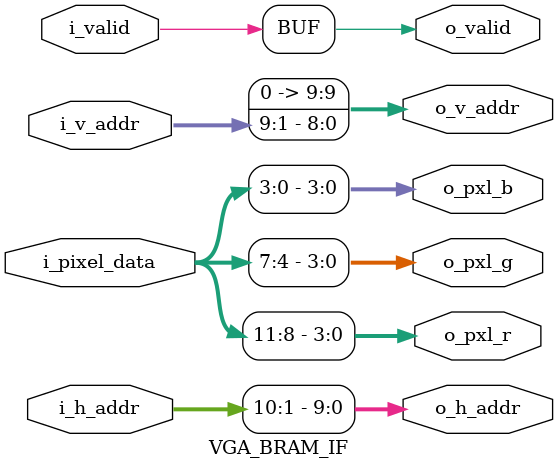
<source format=v>
`timescale 1ns / 1ps

module VGA_BRAM_IF #(
        parameter                           TARGET_BRAM_LINE_WIDTH = 512
)(
    // OV Receiver
        input       wire        [10 : 0]    i_h_addr,
        input       wire        [9 : 0]     i_v_addr,
        input       wire                    i_valid,
        input       wire        [11 : 0]    i_pixel_data,

    // VGA_BRAM
        output      wire        [9 : 0]     o_h_addr,
        output      wire        [9 : 0]     o_v_addr,
        output      wire                    o_valid,

        output      wire        [3 : 0]     o_pxl_r,
        output      wire        [3 : 0]     o_pxl_g,
        output      wire        [3 : 0]     o_pxl_b
    );

    // assign o_h_addr = i_h_addr[10 : 1];
    // assign o_v_addr = i_v_addr;

    assign o_h_addr = i_h_addr >> 1;
    assign o_v_addr = i_v_addr >> 1;
    // assign o_h_addr = i_h_addr[10 : 1];
    // assign o_v_addr = {1'b0, i_v_addr[9 : 1]};
    
    assign o_valid  = i_valid;

    // Need More Things Here..
    assign {o_pxl_r, o_pxl_g, o_pxl_b} = i_pixel_data[11 : 0];

endmodule

</source>
